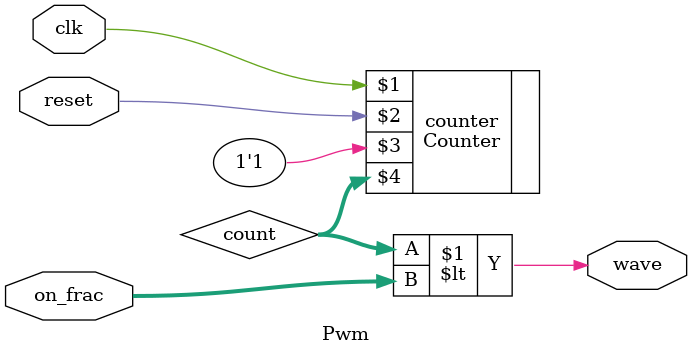
<source format=v>

`timescale 1ns / 1ps

module Pwm( input clk, input reset, input [3:0] on_frac, output wave );

	wire [3:0] count;
	
	Counter #(4) counter( clk, reset, 1'b1, count );

	// Output
	assign wave = count < on_frac;

endmodule

</source>
